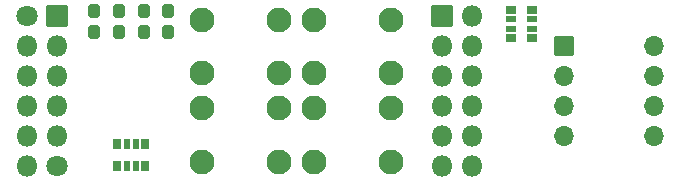
<source format=gbs>
%TF.GenerationSoftware,KiCad,Pcbnew,6.0.4-6f826c9f35~116~ubuntu20.04.1*%
%TF.CreationDate,2022-04-18T14:11:44+07:00*%
%TF.ProjectId,pmod-thin-switches,706d6f64-2d74-4686-996e-2d7377697463,1.0*%
%TF.SameCoordinates,Original*%
%TF.FileFunction,Soldermask,Bot*%
%TF.FilePolarity,Negative*%
%FSLAX46Y46*%
G04 Gerber Fmt 4.6, Leading zero omitted, Abs format (unit mm)*
G04 Created by KiCad (PCBNEW 6.0.4-6f826c9f35~116~ubuntu20.04.1) date 2022-04-18 14:11:44*
%MOMM*%
%LPD*%
G01*
G04 APERTURE LIST*
G04 Aperture macros list*
%AMRoundRect*
0 Rectangle with rounded corners*
0 $1 Rounding radius*
0 $2 $3 $4 $5 $6 $7 $8 $9 X,Y pos of 4 corners*
0 Add a 4 corners polygon primitive as box body*
4,1,4,$2,$3,$4,$5,$6,$7,$8,$9,$2,$3,0*
0 Add four circle primitives for the rounded corners*
1,1,$1+$1,$2,$3*
1,1,$1+$1,$4,$5*
1,1,$1+$1,$6,$7*
1,1,$1+$1,$8,$9*
0 Add four rect primitives between the rounded corners*
20,1,$1+$1,$2,$3,$4,$5,0*
20,1,$1+$1,$4,$5,$6,$7,0*
20,1,$1+$1,$6,$7,$8,$9,0*
20,1,$1+$1,$8,$9,$2,$3,0*%
G04 Aperture macros list end*
%ADD10C,2.101600*%
%ADD11RoundRect,0.050800X0.850000X0.850000X-0.850000X0.850000X-0.850000X-0.850000X0.850000X-0.850000X0*%
%ADD12O,1.801600X1.801600*%
%ADD13C,1.801600*%
%ADD14RoundRect,0.050800X-0.850000X-0.850000X0.850000X-0.850000X0.850000X0.850000X-0.850000X0.850000X0*%
%ADD15RoundRect,0.050800X-0.800000X-0.800000X0.800000X-0.800000X0.800000X0.800000X-0.800000X0.800000X0*%
%ADD16O,1.701600X1.701600*%
%ADD17RoundRect,0.288300X-0.237500X0.300000X-0.237500X-0.300000X0.237500X-0.300000X0.237500X0.300000X0*%
%ADD18RoundRect,0.050800X0.400000X0.250000X-0.400000X0.250000X-0.400000X-0.250000X0.400000X-0.250000X0*%
%ADD19RoundRect,0.050800X0.400000X0.200000X-0.400000X0.200000X-0.400000X-0.200000X0.400000X-0.200000X0*%
%ADD20RoundRect,0.050800X0.250000X-0.400000X0.250000X0.400000X-0.250000X0.400000X-0.250000X-0.400000X0*%
%ADD21RoundRect,0.050800X0.200000X-0.400000X0.200000X0.400000X-0.200000X0.400000X-0.200000X-0.400000X0*%
G04 APERTURE END LIST*
D10*
%TO.C,PB1*%
X128940000Y-115500000D03*
X135440000Y-115500000D03*
X135440000Y-111000000D03*
X128940000Y-111000000D03*
%TD*%
%TO.C,PB2*%
X128940000Y-123000000D03*
X135440000Y-123000000D03*
X135440000Y-118500000D03*
X128940000Y-118500000D03*
%TD*%
D11*
%TO.C,J1*%
X116640000Y-110650000D03*
D12*
X116640000Y-113190000D03*
X116640000Y-115730000D03*
X116640000Y-118270000D03*
X116640000Y-120810000D03*
D13*
X116640000Y-123350000D03*
X114100000Y-110650000D03*
D12*
X114100000Y-113190000D03*
X114100000Y-115730000D03*
X114100000Y-118270000D03*
X114100000Y-120810000D03*
X114100000Y-123350000D03*
%TD*%
D14*
%TO.C,J2*%
X149240000Y-110680000D03*
D12*
X151780000Y-110680000D03*
X149240000Y-113220000D03*
X151780000Y-113220000D03*
X149240000Y-115760000D03*
X151780000Y-115760000D03*
X149240000Y-118300000D03*
X151780000Y-118300000D03*
X149240000Y-120840000D03*
X151780000Y-120840000D03*
X149240000Y-123380000D03*
X151780000Y-123380000D03*
%TD*%
D15*
%TO.C,SW1*%
X159550000Y-113200000D03*
D16*
X159550000Y-115740000D03*
X159550000Y-118280000D03*
X159550000Y-120820000D03*
X167170000Y-120820000D03*
X167170000Y-118280000D03*
X167170000Y-115740000D03*
X167170000Y-113200000D03*
%TD*%
D10*
%TO.C,PB3*%
X144940000Y-111000000D03*
X138440000Y-111000000D03*
X144940000Y-115500000D03*
X138440000Y-115500000D03*
%TD*%
%TO.C,PB4*%
X138440000Y-118500000D03*
X144940000Y-118500000D03*
X144940000Y-123000000D03*
X138440000Y-123000000D03*
%TD*%
D17*
%TO.C,C4*%
X119802000Y-110287500D03*
X119802000Y-112012500D03*
%TD*%
D18*
%TO.C,R2*%
X156900000Y-110150000D03*
D19*
X156900000Y-110950000D03*
X156900000Y-111750000D03*
D18*
X156900000Y-112550000D03*
X155100000Y-112550000D03*
D19*
X155100000Y-111750000D03*
X155100000Y-110950000D03*
D18*
X155100000Y-110150000D03*
%TD*%
D17*
%TO.C,C1*%
X126072000Y-110287500D03*
X126072000Y-112012500D03*
%TD*%
%TO.C,C2*%
X123982000Y-110287500D03*
X123982000Y-112012500D03*
%TD*%
D20*
%TO.C,R1*%
X124140000Y-123350000D03*
D21*
X123340000Y-123350000D03*
X122540000Y-123350000D03*
D20*
X121740000Y-123350000D03*
X121740000Y-121550000D03*
D21*
X122540000Y-121550000D03*
X123340000Y-121550000D03*
D20*
X124140000Y-121550000D03*
%TD*%
D17*
%TO.C,C3*%
X121892000Y-110287500D03*
X121892000Y-112012500D03*
%TD*%
M02*

</source>
